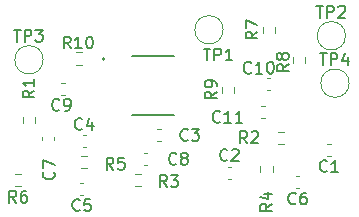
<source format=gbr>
%TF.GenerationSoftware,KiCad,Pcbnew,7.0.5*%
%TF.CreationDate,2023-10-03T15:35:51+05:30*%
%TF.ProjectId,ADS122C04,41445331-3232-4433-9034-2e6b69636164,rev?*%
%TF.SameCoordinates,Original*%
%TF.FileFunction,Legend,Top*%
%TF.FilePolarity,Positive*%
%FSLAX46Y46*%
G04 Gerber Fmt 4.6, Leading zero omitted, Abs format (unit mm)*
G04 Created by KiCad (PCBNEW 7.0.5) date 2023-10-03 15:35:51*
%MOMM*%
%LPD*%
G01*
G04 APERTURE LIST*
%ADD10C,0.150000*%
%ADD11C,0.120000*%
%ADD12C,0.127000*%
%ADD13C,0.200000*%
G04 APERTURE END LIST*
D10*
%TO.C,R7*%
X202224819Y-96686666D02*
X201748628Y-97019999D01*
X202224819Y-97258094D02*
X201224819Y-97258094D01*
X201224819Y-97258094D02*
X201224819Y-96877142D01*
X201224819Y-96877142D02*
X201272438Y-96781904D01*
X201272438Y-96781904D02*
X201320057Y-96734285D01*
X201320057Y-96734285D02*
X201415295Y-96686666D01*
X201415295Y-96686666D02*
X201558152Y-96686666D01*
X201558152Y-96686666D02*
X201653390Y-96734285D01*
X201653390Y-96734285D02*
X201701009Y-96781904D01*
X201701009Y-96781904D02*
X201748628Y-96877142D01*
X201748628Y-96877142D02*
X201748628Y-97258094D01*
X201224819Y-96353332D02*
X201224819Y-95686666D01*
X201224819Y-95686666D02*
X202224819Y-96115237D01*
%TO.C,TP3*%
X181618095Y-96516819D02*
X182189523Y-96516819D01*
X181903809Y-97516819D02*
X181903809Y-96516819D01*
X182522857Y-97516819D02*
X182522857Y-96516819D01*
X182522857Y-96516819D02*
X182903809Y-96516819D01*
X182903809Y-96516819D02*
X182999047Y-96564438D01*
X182999047Y-96564438D02*
X183046666Y-96612057D01*
X183046666Y-96612057D02*
X183094285Y-96707295D01*
X183094285Y-96707295D02*
X183094285Y-96850152D01*
X183094285Y-96850152D02*
X183046666Y-96945390D01*
X183046666Y-96945390D02*
X182999047Y-96993009D01*
X182999047Y-96993009D02*
X182903809Y-97040628D01*
X182903809Y-97040628D02*
X182522857Y-97040628D01*
X183427619Y-96516819D02*
X184046666Y-96516819D01*
X184046666Y-96516819D02*
X183713333Y-96897771D01*
X183713333Y-96897771D02*
X183856190Y-96897771D01*
X183856190Y-96897771D02*
X183951428Y-96945390D01*
X183951428Y-96945390D02*
X183999047Y-96993009D01*
X183999047Y-96993009D02*
X184046666Y-97088247D01*
X184046666Y-97088247D02*
X184046666Y-97326342D01*
X184046666Y-97326342D02*
X183999047Y-97421580D01*
X183999047Y-97421580D02*
X183951428Y-97469200D01*
X183951428Y-97469200D02*
X183856190Y-97516819D01*
X183856190Y-97516819D02*
X183570476Y-97516819D01*
X183570476Y-97516819D02*
X183475238Y-97469200D01*
X183475238Y-97469200D02*
X183427619Y-97421580D01*
%TO.C,R4*%
X203451619Y-111266266D02*
X202975428Y-111599599D01*
X203451619Y-111837694D02*
X202451619Y-111837694D01*
X202451619Y-111837694D02*
X202451619Y-111456742D01*
X202451619Y-111456742D02*
X202499238Y-111361504D01*
X202499238Y-111361504D02*
X202546857Y-111313885D01*
X202546857Y-111313885D02*
X202642095Y-111266266D01*
X202642095Y-111266266D02*
X202784952Y-111266266D01*
X202784952Y-111266266D02*
X202880190Y-111313885D01*
X202880190Y-111313885D02*
X202927809Y-111361504D01*
X202927809Y-111361504D02*
X202975428Y-111456742D01*
X202975428Y-111456742D02*
X202975428Y-111837694D01*
X202784952Y-110409123D02*
X203451619Y-110409123D01*
X202404000Y-110647218D02*
X203118285Y-110885313D01*
X203118285Y-110885313D02*
X203118285Y-110266266D01*
%TO.C,TP4*%
X207526095Y-98498019D02*
X208097523Y-98498019D01*
X207811809Y-99498019D02*
X207811809Y-98498019D01*
X208430857Y-99498019D02*
X208430857Y-98498019D01*
X208430857Y-98498019D02*
X208811809Y-98498019D01*
X208811809Y-98498019D02*
X208907047Y-98545638D01*
X208907047Y-98545638D02*
X208954666Y-98593257D01*
X208954666Y-98593257D02*
X209002285Y-98688495D01*
X209002285Y-98688495D02*
X209002285Y-98831352D01*
X209002285Y-98831352D02*
X208954666Y-98926590D01*
X208954666Y-98926590D02*
X208907047Y-98974209D01*
X208907047Y-98974209D02*
X208811809Y-99021828D01*
X208811809Y-99021828D02*
X208430857Y-99021828D01*
X209859428Y-98831352D02*
X209859428Y-99498019D01*
X209621333Y-98450400D02*
X209383238Y-99164685D01*
X209383238Y-99164685D02*
X210002285Y-99164685D01*
%TO.C,C8*%
X195362533Y-107852380D02*
X195314914Y-107900000D01*
X195314914Y-107900000D02*
X195172057Y-107947619D01*
X195172057Y-107947619D02*
X195076819Y-107947619D01*
X195076819Y-107947619D02*
X194933962Y-107900000D01*
X194933962Y-107900000D02*
X194838724Y-107804761D01*
X194838724Y-107804761D02*
X194791105Y-107709523D01*
X194791105Y-107709523D02*
X194743486Y-107519047D01*
X194743486Y-107519047D02*
X194743486Y-107376190D01*
X194743486Y-107376190D02*
X194791105Y-107185714D01*
X194791105Y-107185714D02*
X194838724Y-107090476D01*
X194838724Y-107090476D02*
X194933962Y-106995238D01*
X194933962Y-106995238D02*
X195076819Y-106947619D01*
X195076819Y-106947619D02*
X195172057Y-106947619D01*
X195172057Y-106947619D02*
X195314914Y-106995238D01*
X195314914Y-106995238D02*
X195362533Y-107042857D01*
X195933962Y-107376190D02*
X195838724Y-107328571D01*
X195838724Y-107328571D02*
X195791105Y-107280952D01*
X195791105Y-107280952D02*
X195743486Y-107185714D01*
X195743486Y-107185714D02*
X195743486Y-107138095D01*
X195743486Y-107138095D02*
X195791105Y-107042857D01*
X195791105Y-107042857D02*
X195838724Y-106995238D01*
X195838724Y-106995238D02*
X195933962Y-106947619D01*
X195933962Y-106947619D02*
X196124438Y-106947619D01*
X196124438Y-106947619D02*
X196219676Y-106995238D01*
X196219676Y-106995238D02*
X196267295Y-107042857D01*
X196267295Y-107042857D02*
X196314914Y-107138095D01*
X196314914Y-107138095D02*
X196314914Y-107185714D01*
X196314914Y-107185714D02*
X196267295Y-107280952D01*
X196267295Y-107280952D02*
X196219676Y-107328571D01*
X196219676Y-107328571D02*
X196124438Y-107376190D01*
X196124438Y-107376190D02*
X195933962Y-107376190D01*
X195933962Y-107376190D02*
X195838724Y-107423809D01*
X195838724Y-107423809D02*
X195791105Y-107471428D01*
X195791105Y-107471428D02*
X195743486Y-107566666D01*
X195743486Y-107566666D02*
X195743486Y-107757142D01*
X195743486Y-107757142D02*
X195791105Y-107852380D01*
X195791105Y-107852380D02*
X195838724Y-107900000D01*
X195838724Y-107900000D02*
X195933962Y-107947619D01*
X195933962Y-107947619D02*
X196124438Y-107947619D01*
X196124438Y-107947619D02*
X196219676Y-107900000D01*
X196219676Y-107900000D02*
X196267295Y-107852380D01*
X196267295Y-107852380D02*
X196314914Y-107757142D01*
X196314914Y-107757142D02*
X196314914Y-107566666D01*
X196314914Y-107566666D02*
X196267295Y-107471428D01*
X196267295Y-107471428D02*
X196219676Y-107423809D01*
X196219676Y-107423809D02*
X196124438Y-107376190D01*
%TO.C,C9*%
X185456533Y-103280380D02*
X185408914Y-103328000D01*
X185408914Y-103328000D02*
X185266057Y-103375619D01*
X185266057Y-103375619D02*
X185170819Y-103375619D01*
X185170819Y-103375619D02*
X185027962Y-103328000D01*
X185027962Y-103328000D02*
X184932724Y-103232761D01*
X184932724Y-103232761D02*
X184885105Y-103137523D01*
X184885105Y-103137523D02*
X184837486Y-102947047D01*
X184837486Y-102947047D02*
X184837486Y-102804190D01*
X184837486Y-102804190D02*
X184885105Y-102613714D01*
X184885105Y-102613714D02*
X184932724Y-102518476D01*
X184932724Y-102518476D02*
X185027962Y-102423238D01*
X185027962Y-102423238D02*
X185170819Y-102375619D01*
X185170819Y-102375619D02*
X185266057Y-102375619D01*
X185266057Y-102375619D02*
X185408914Y-102423238D01*
X185408914Y-102423238D02*
X185456533Y-102470857D01*
X185932724Y-103375619D02*
X186123200Y-103375619D01*
X186123200Y-103375619D02*
X186218438Y-103328000D01*
X186218438Y-103328000D02*
X186266057Y-103280380D01*
X186266057Y-103280380D02*
X186361295Y-103137523D01*
X186361295Y-103137523D02*
X186408914Y-102947047D01*
X186408914Y-102947047D02*
X186408914Y-102566095D01*
X186408914Y-102566095D02*
X186361295Y-102470857D01*
X186361295Y-102470857D02*
X186313676Y-102423238D01*
X186313676Y-102423238D02*
X186218438Y-102375619D01*
X186218438Y-102375619D02*
X186027962Y-102375619D01*
X186027962Y-102375619D02*
X185932724Y-102423238D01*
X185932724Y-102423238D02*
X185885105Y-102470857D01*
X185885105Y-102470857D02*
X185837486Y-102566095D01*
X185837486Y-102566095D02*
X185837486Y-102804190D01*
X185837486Y-102804190D02*
X185885105Y-102899428D01*
X185885105Y-102899428D02*
X185932724Y-102947047D01*
X185932724Y-102947047D02*
X186027962Y-102994666D01*
X186027962Y-102994666D02*
X186218438Y-102994666D01*
X186218438Y-102994666D02*
X186313676Y-102947047D01*
X186313676Y-102947047D02*
X186361295Y-102899428D01*
X186361295Y-102899428D02*
X186408914Y-102804190D01*
%TO.C,R10*%
X186402742Y-98092419D02*
X186069409Y-97616228D01*
X185831314Y-98092419D02*
X185831314Y-97092419D01*
X185831314Y-97092419D02*
X186212266Y-97092419D01*
X186212266Y-97092419D02*
X186307504Y-97140038D01*
X186307504Y-97140038D02*
X186355123Y-97187657D01*
X186355123Y-97187657D02*
X186402742Y-97282895D01*
X186402742Y-97282895D02*
X186402742Y-97425752D01*
X186402742Y-97425752D02*
X186355123Y-97520990D01*
X186355123Y-97520990D02*
X186307504Y-97568609D01*
X186307504Y-97568609D02*
X186212266Y-97616228D01*
X186212266Y-97616228D02*
X185831314Y-97616228D01*
X187355123Y-98092419D02*
X186783695Y-98092419D01*
X187069409Y-98092419D02*
X187069409Y-97092419D01*
X187069409Y-97092419D02*
X186974171Y-97235276D01*
X186974171Y-97235276D02*
X186878933Y-97330514D01*
X186878933Y-97330514D02*
X186783695Y-97378133D01*
X187974171Y-97092419D02*
X188069409Y-97092419D01*
X188069409Y-97092419D02*
X188164647Y-97140038D01*
X188164647Y-97140038D02*
X188212266Y-97187657D01*
X188212266Y-97187657D02*
X188259885Y-97282895D01*
X188259885Y-97282895D02*
X188307504Y-97473371D01*
X188307504Y-97473371D02*
X188307504Y-97711466D01*
X188307504Y-97711466D02*
X188259885Y-97901942D01*
X188259885Y-97901942D02*
X188212266Y-97997180D01*
X188212266Y-97997180D02*
X188164647Y-98044800D01*
X188164647Y-98044800D02*
X188069409Y-98092419D01*
X188069409Y-98092419D02*
X187974171Y-98092419D01*
X187974171Y-98092419D02*
X187878933Y-98044800D01*
X187878933Y-98044800D02*
X187831314Y-97997180D01*
X187831314Y-97997180D02*
X187783695Y-97901942D01*
X187783695Y-97901942D02*
X187736076Y-97711466D01*
X187736076Y-97711466D02*
X187736076Y-97473371D01*
X187736076Y-97473371D02*
X187783695Y-97282895D01*
X187783695Y-97282895D02*
X187831314Y-97187657D01*
X187831314Y-97187657D02*
X187878933Y-97140038D01*
X187878933Y-97140038D02*
X187974171Y-97092419D01*
%TO.C,C1*%
X208113333Y-108469580D02*
X208065714Y-108517200D01*
X208065714Y-108517200D02*
X207922857Y-108564819D01*
X207922857Y-108564819D02*
X207827619Y-108564819D01*
X207827619Y-108564819D02*
X207684762Y-108517200D01*
X207684762Y-108517200D02*
X207589524Y-108421961D01*
X207589524Y-108421961D02*
X207541905Y-108326723D01*
X207541905Y-108326723D02*
X207494286Y-108136247D01*
X207494286Y-108136247D02*
X207494286Y-107993390D01*
X207494286Y-107993390D02*
X207541905Y-107802914D01*
X207541905Y-107802914D02*
X207589524Y-107707676D01*
X207589524Y-107707676D02*
X207684762Y-107612438D01*
X207684762Y-107612438D02*
X207827619Y-107564819D01*
X207827619Y-107564819D02*
X207922857Y-107564819D01*
X207922857Y-107564819D02*
X208065714Y-107612438D01*
X208065714Y-107612438D02*
X208113333Y-107660057D01*
X209065714Y-108564819D02*
X208494286Y-108564819D01*
X208780000Y-108564819D02*
X208780000Y-107564819D01*
X208780000Y-107564819D02*
X208684762Y-107707676D01*
X208684762Y-107707676D02*
X208589524Y-107802914D01*
X208589524Y-107802914D02*
X208494286Y-107850533D01*
%TO.C,R2*%
X201356933Y-106118819D02*
X201023600Y-105642628D01*
X200785505Y-106118819D02*
X200785505Y-105118819D01*
X200785505Y-105118819D02*
X201166457Y-105118819D01*
X201166457Y-105118819D02*
X201261695Y-105166438D01*
X201261695Y-105166438D02*
X201309314Y-105214057D01*
X201309314Y-105214057D02*
X201356933Y-105309295D01*
X201356933Y-105309295D02*
X201356933Y-105452152D01*
X201356933Y-105452152D02*
X201309314Y-105547390D01*
X201309314Y-105547390D02*
X201261695Y-105595009D01*
X201261695Y-105595009D02*
X201166457Y-105642628D01*
X201166457Y-105642628D02*
X200785505Y-105642628D01*
X201737886Y-105214057D02*
X201785505Y-105166438D01*
X201785505Y-105166438D02*
X201880743Y-105118819D01*
X201880743Y-105118819D02*
X202118838Y-105118819D01*
X202118838Y-105118819D02*
X202214076Y-105166438D01*
X202214076Y-105166438D02*
X202261695Y-105214057D01*
X202261695Y-105214057D02*
X202309314Y-105309295D01*
X202309314Y-105309295D02*
X202309314Y-105404533D01*
X202309314Y-105404533D02*
X202261695Y-105547390D01*
X202261695Y-105547390D02*
X201690267Y-106118819D01*
X201690267Y-106118819D02*
X202309314Y-106118819D01*
%TO.C,C2*%
X199680533Y-107539980D02*
X199632914Y-107587600D01*
X199632914Y-107587600D02*
X199490057Y-107635219D01*
X199490057Y-107635219D02*
X199394819Y-107635219D01*
X199394819Y-107635219D02*
X199251962Y-107587600D01*
X199251962Y-107587600D02*
X199156724Y-107492361D01*
X199156724Y-107492361D02*
X199109105Y-107397123D01*
X199109105Y-107397123D02*
X199061486Y-107206647D01*
X199061486Y-107206647D02*
X199061486Y-107063790D01*
X199061486Y-107063790D02*
X199109105Y-106873314D01*
X199109105Y-106873314D02*
X199156724Y-106778076D01*
X199156724Y-106778076D02*
X199251962Y-106682838D01*
X199251962Y-106682838D02*
X199394819Y-106635219D01*
X199394819Y-106635219D02*
X199490057Y-106635219D01*
X199490057Y-106635219D02*
X199632914Y-106682838D01*
X199632914Y-106682838D02*
X199680533Y-106730457D01*
X200061486Y-106730457D02*
X200109105Y-106682838D01*
X200109105Y-106682838D02*
X200204343Y-106635219D01*
X200204343Y-106635219D02*
X200442438Y-106635219D01*
X200442438Y-106635219D02*
X200537676Y-106682838D01*
X200537676Y-106682838D02*
X200585295Y-106730457D01*
X200585295Y-106730457D02*
X200632914Y-106825695D01*
X200632914Y-106825695D02*
X200632914Y-106920933D01*
X200632914Y-106920933D02*
X200585295Y-107063790D01*
X200585295Y-107063790D02*
X200013867Y-107635219D01*
X200013867Y-107635219D02*
X200632914Y-107635219D01*
%TO.C,R3*%
X194549733Y-109827219D02*
X194216400Y-109351028D01*
X193978305Y-109827219D02*
X193978305Y-108827219D01*
X193978305Y-108827219D02*
X194359257Y-108827219D01*
X194359257Y-108827219D02*
X194454495Y-108874838D01*
X194454495Y-108874838D02*
X194502114Y-108922457D01*
X194502114Y-108922457D02*
X194549733Y-109017695D01*
X194549733Y-109017695D02*
X194549733Y-109160552D01*
X194549733Y-109160552D02*
X194502114Y-109255790D01*
X194502114Y-109255790D02*
X194454495Y-109303409D01*
X194454495Y-109303409D02*
X194359257Y-109351028D01*
X194359257Y-109351028D02*
X193978305Y-109351028D01*
X194883067Y-108827219D02*
X195502114Y-108827219D01*
X195502114Y-108827219D02*
X195168781Y-109208171D01*
X195168781Y-109208171D02*
X195311638Y-109208171D01*
X195311638Y-109208171D02*
X195406876Y-109255790D01*
X195406876Y-109255790D02*
X195454495Y-109303409D01*
X195454495Y-109303409D02*
X195502114Y-109398647D01*
X195502114Y-109398647D02*
X195502114Y-109636742D01*
X195502114Y-109636742D02*
X195454495Y-109731980D01*
X195454495Y-109731980D02*
X195406876Y-109779600D01*
X195406876Y-109779600D02*
X195311638Y-109827219D01*
X195311638Y-109827219D02*
X195025924Y-109827219D01*
X195025924Y-109827219D02*
X194930686Y-109779600D01*
X194930686Y-109779600D02*
X194883067Y-109731980D01*
%TO.C,C7*%
X184966780Y-108573866D02*
X185014400Y-108621485D01*
X185014400Y-108621485D02*
X185062019Y-108764342D01*
X185062019Y-108764342D02*
X185062019Y-108859580D01*
X185062019Y-108859580D02*
X185014400Y-109002437D01*
X185014400Y-109002437D02*
X184919161Y-109097675D01*
X184919161Y-109097675D02*
X184823923Y-109145294D01*
X184823923Y-109145294D02*
X184633447Y-109192913D01*
X184633447Y-109192913D02*
X184490590Y-109192913D01*
X184490590Y-109192913D02*
X184300114Y-109145294D01*
X184300114Y-109145294D02*
X184204876Y-109097675D01*
X184204876Y-109097675D02*
X184109638Y-109002437D01*
X184109638Y-109002437D02*
X184062019Y-108859580D01*
X184062019Y-108859580D02*
X184062019Y-108764342D01*
X184062019Y-108764342D02*
X184109638Y-108621485D01*
X184109638Y-108621485D02*
X184157257Y-108573866D01*
X184062019Y-108240532D02*
X184062019Y-107573866D01*
X184062019Y-107573866D02*
X185062019Y-108002437D01*
%TO.C,C4*%
X187386933Y-104905980D02*
X187339314Y-104953600D01*
X187339314Y-104953600D02*
X187196457Y-105001219D01*
X187196457Y-105001219D02*
X187101219Y-105001219D01*
X187101219Y-105001219D02*
X186958362Y-104953600D01*
X186958362Y-104953600D02*
X186863124Y-104858361D01*
X186863124Y-104858361D02*
X186815505Y-104763123D01*
X186815505Y-104763123D02*
X186767886Y-104572647D01*
X186767886Y-104572647D02*
X186767886Y-104429790D01*
X186767886Y-104429790D02*
X186815505Y-104239314D01*
X186815505Y-104239314D02*
X186863124Y-104144076D01*
X186863124Y-104144076D02*
X186958362Y-104048838D01*
X186958362Y-104048838D02*
X187101219Y-104001219D01*
X187101219Y-104001219D02*
X187196457Y-104001219D01*
X187196457Y-104001219D02*
X187339314Y-104048838D01*
X187339314Y-104048838D02*
X187386933Y-104096457D01*
X188244076Y-104334552D02*
X188244076Y-105001219D01*
X188005981Y-103953600D02*
X187767886Y-104667885D01*
X187767886Y-104667885D02*
X188386933Y-104667885D01*
%TO.C,TP1*%
X197670895Y-98108419D02*
X198242323Y-98108419D01*
X197956609Y-99108419D02*
X197956609Y-98108419D01*
X198575657Y-99108419D02*
X198575657Y-98108419D01*
X198575657Y-98108419D02*
X198956609Y-98108419D01*
X198956609Y-98108419D02*
X199051847Y-98156038D01*
X199051847Y-98156038D02*
X199099466Y-98203657D01*
X199099466Y-98203657D02*
X199147085Y-98298895D01*
X199147085Y-98298895D02*
X199147085Y-98441752D01*
X199147085Y-98441752D02*
X199099466Y-98536990D01*
X199099466Y-98536990D02*
X199051847Y-98584609D01*
X199051847Y-98584609D02*
X198956609Y-98632228D01*
X198956609Y-98632228D02*
X198575657Y-98632228D01*
X200099466Y-99108419D02*
X199528038Y-99108419D01*
X199813752Y-99108419D02*
X199813752Y-98108419D01*
X199813752Y-98108419D02*
X199718514Y-98251276D01*
X199718514Y-98251276D02*
X199623276Y-98346514D01*
X199623276Y-98346514D02*
X199528038Y-98394133D01*
%TO.C,R8*%
X204874019Y-99429866D02*
X204397828Y-99763199D01*
X204874019Y-100001294D02*
X203874019Y-100001294D01*
X203874019Y-100001294D02*
X203874019Y-99620342D01*
X203874019Y-99620342D02*
X203921638Y-99525104D01*
X203921638Y-99525104D02*
X203969257Y-99477485D01*
X203969257Y-99477485D02*
X204064495Y-99429866D01*
X204064495Y-99429866D02*
X204207352Y-99429866D01*
X204207352Y-99429866D02*
X204302590Y-99477485D01*
X204302590Y-99477485D02*
X204350209Y-99525104D01*
X204350209Y-99525104D02*
X204397828Y-99620342D01*
X204397828Y-99620342D02*
X204397828Y-100001294D01*
X204302590Y-98858437D02*
X204254971Y-98953675D01*
X204254971Y-98953675D02*
X204207352Y-99001294D01*
X204207352Y-99001294D02*
X204112114Y-99048913D01*
X204112114Y-99048913D02*
X204064495Y-99048913D01*
X204064495Y-99048913D02*
X203969257Y-99001294D01*
X203969257Y-99001294D02*
X203921638Y-98953675D01*
X203921638Y-98953675D02*
X203874019Y-98858437D01*
X203874019Y-98858437D02*
X203874019Y-98667961D01*
X203874019Y-98667961D02*
X203921638Y-98572723D01*
X203921638Y-98572723D02*
X203969257Y-98525104D01*
X203969257Y-98525104D02*
X204064495Y-98477485D01*
X204064495Y-98477485D02*
X204112114Y-98477485D01*
X204112114Y-98477485D02*
X204207352Y-98525104D01*
X204207352Y-98525104D02*
X204254971Y-98572723D01*
X204254971Y-98572723D02*
X204302590Y-98667961D01*
X204302590Y-98667961D02*
X204302590Y-98858437D01*
X204302590Y-98858437D02*
X204350209Y-98953675D01*
X204350209Y-98953675D02*
X204397828Y-99001294D01*
X204397828Y-99001294D02*
X204493066Y-99048913D01*
X204493066Y-99048913D02*
X204683542Y-99048913D01*
X204683542Y-99048913D02*
X204778780Y-99001294D01*
X204778780Y-99001294D02*
X204826400Y-98953675D01*
X204826400Y-98953675D02*
X204874019Y-98858437D01*
X204874019Y-98858437D02*
X204874019Y-98667961D01*
X204874019Y-98667961D02*
X204826400Y-98572723D01*
X204826400Y-98572723D02*
X204778780Y-98525104D01*
X204778780Y-98525104D02*
X204683542Y-98477485D01*
X204683542Y-98477485D02*
X204493066Y-98477485D01*
X204493066Y-98477485D02*
X204397828Y-98525104D01*
X204397828Y-98525104D02*
X204350209Y-98572723D01*
X204350209Y-98572723D02*
X204302590Y-98667961D01*
%TO.C,R5*%
X190028533Y-108354019D02*
X189695200Y-107877828D01*
X189457105Y-108354019D02*
X189457105Y-107354019D01*
X189457105Y-107354019D02*
X189838057Y-107354019D01*
X189838057Y-107354019D02*
X189933295Y-107401638D01*
X189933295Y-107401638D02*
X189980914Y-107449257D01*
X189980914Y-107449257D02*
X190028533Y-107544495D01*
X190028533Y-107544495D02*
X190028533Y-107687352D01*
X190028533Y-107687352D02*
X189980914Y-107782590D01*
X189980914Y-107782590D02*
X189933295Y-107830209D01*
X189933295Y-107830209D02*
X189838057Y-107877828D01*
X189838057Y-107877828D02*
X189457105Y-107877828D01*
X190933295Y-107354019D02*
X190457105Y-107354019D01*
X190457105Y-107354019D02*
X190409486Y-107830209D01*
X190409486Y-107830209D02*
X190457105Y-107782590D01*
X190457105Y-107782590D02*
X190552343Y-107734971D01*
X190552343Y-107734971D02*
X190790438Y-107734971D01*
X190790438Y-107734971D02*
X190885676Y-107782590D01*
X190885676Y-107782590D02*
X190933295Y-107830209D01*
X190933295Y-107830209D02*
X190980914Y-107925447D01*
X190980914Y-107925447D02*
X190980914Y-108163542D01*
X190980914Y-108163542D02*
X190933295Y-108258780D01*
X190933295Y-108258780D02*
X190885676Y-108306400D01*
X190885676Y-108306400D02*
X190790438Y-108354019D01*
X190790438Y-108354019D02*
X190552343Y-108354019D01*
X190552343Y-108354019D02*
X190457105Y-108306400D01*
X190457105Y-108306400D02*
X190409486Y-108258780D01*
%TO.C,R6*%
X181798933Y-111148019D02*
X181465600Y-110671828D01*
X181227505Y-111148019D02*
X181227505Y-110148019D01*
X181227505Y-110148019D02*
X181608457Y-110148019D01*
X181608457Y-110148019D02*
X181703695Y-110195638D01*
X181703695Y-110195638D02*
X181751314Y-110243257D01*
X181751314Y-110243257D02*
X181798933Y-110338495D01*
X181798933Y-110338495D02*
X181798933Y-110481352D01*
X181798933Y-110481352D02*
X181751314Y-110576590D01*
X181751314Y-110576590D02*
X181703695Y-110624209D01*
X181703695Y-110624209D02*
X181608457Y-110671828D01*
X181608457Y-110671828D02*
X181227505Y-110671828D01*
X182656076Y-110148019D02*
X182465600Y-110148019D01*
X182465600Y-110148019D02*
X182370362Y-110195638D01*
X182370362Y-110195638D02*
X182322743Y-110243257D01*
X182322743Y-110243257D02*
X182227505Y-110386114D01*
X182227505Y-110386114D02*
X182179886Y-110576590D01*
X182179886Y-110576590D02*
X182179886Y-110957542D01*
X182179886Y-110957542D02*
X182227505Y-111052780D01*
X182227505Y-111052780D02*
X182275124Y-111100400D01*
X182275124Y-111100400D02*
X182370362Y-111148019D01*
X182370362Y-111148019D02*
X182560838Y-111148019D01*
X182560838Y-111148019D02*
X182656076Y-111100400D01*
X182656076Y-111100400D02*
X182703695Y-111052780D01*
X182703695Y-111052780D02*
X182751314Y-110957542D01*
X182751314Y-110957542D02*
X182751314Y-110719447D01*
X182751314Y-110719447D02*
X182703695Y-110624209D01*
X182703695Y-110624209D02*
X182656076Y-110576590D01*
X182656076Y-110576590D02*
X182560838Y-110528971D01*
X182560838Y-110528971D02*
X182370362Y-110528971D01*
X182370362Y-110528971D02*
X182275124Y-110576590D01*
X182275124Y-110576590D02*
X182227505Y-110624209D01*
X182227505Y-110624209D02*
X182179886Y-110719447D01*
%TO.C,C10*%
X201693542Y-100130780D02*
X201645923Y-100178400D01*
X201645923Y-100178400D02*
X201503066Y-100226019D01*
X201503066Y-100226019D02*
X201407828Y-100226019D01*
X201407828Y-100226019D02*
X201264971Y-100178400D01*
X201264971Y-100178400D02*
X201169733Y-100083161D01*
X201169733Y-100083161D02*
X201122114Y-99987923D01*
X201122114Y-99987923D02*
X201074495Y-99797447D01*
X201074495Y-99797447D02*
X201074495Y-99654590D01*
X201074495Y-99654590D02*
X201122114Y-99464114D01*
X201122114Y-99464114D02*
X201169733Y-99368876D01*
X201169733Y-99368876D02*
X201264971Y-99273638D01*
X201264971Y-99273638D02*
X201407828Y-99226019D01*
X201407828Y-99226019D02*
X201503066Y-99226019D01*
X201503066Y-99226019D02*
X201645923Y-99273638D01*
X201645923Y-99273638D02*
X201693542Y-99321257D01*
X202645923Y-100226019D02*
X202074495Y-100226019D01*
X202360209Y-100226019D02*
X202360209Y-99226019D01*
X202360209Y-99226019D02*
X202264971Y-99368876D01*
X202264971Y-99368876D02*
X202169733Y-99464114D01*
X202169733Y-99464114D02*
X202074495Y-99511733D01*
X203264971Y-99226019D02*
X203360209Y-99226019D01*
X203360209Y-99226019D02*
X203455447Y-99273638D01*
X203455447Y-99273638D02*
X203503066Y-99321257D01*
X203503066Y-99321257D02*
X203550685Y-99416495D01*
X203550685Y-99416495D02*
X203598304Y-99606971D01*
X203598304Y-99606971D02*
X203598304Y-99845066D01*
X203598304Y-99845066D02*
X203550685Y-100035542D01*
X203550685Y-100035542D02*
X203503066Y-100130780D01*
X203503066Y-100130780D02*
X203455447Y-100178400D01*
X203455447Y-100178400D02*
X203360209Y-100226019D01*
X203360209Y-100226019D02*
X203264971Y-100226019D01*
X203264971Y-100226019D02*
X203169733Y-100178400D01*
X203169733Y-100178400D02*
X203122114Y-100130780D01*
X203122114Y-100130780D02*
X203074495Y-100035542D01*
X203074495Y-100035542D02*
X203026876Y-99845066D01*
X203026876Y-99845066D02*
X203026876Y-99606971D01*
X203026876Y-99606971D02*
X203074495Y-99416495D01*
X203074495Y-99416495D02*
X203122114Y-99321257D01*
X203122114Y-99321257D02*
X203169733Y-99273638D01*
X203169733Y-99273638D02*
X203264971Y-99226019D01*
%TO.C,R9*%
X198772319Y-101766666D02*
X198296128Y-102099999D01*
X198772319Y-102338094D02*
X197772319Y-102338094D01*
X197772319Y-102338094D02*
X197772319Y-101957142D01*
X197772319Y-101957142D02*
X197819938Y-101861904D01*
X197819938Y-101861904D02*
X197867557Y-101814285D01*
X197867557Y-101814285D02*
X197962795Y-101766666D01*
X197962795Y-101766666D02*
X198105652Y-101766666D01*
X198105652Y-101766666D02*
X198200890Y-101814285D01*
X198200890Y-101814285D02*
X198248509Y-101861904D01*
X198248509Y-101861904D02*
X198296128Y-101957142D01*
X198296128Y-101957142D02*
X198296128Y-102338094D01*
X198772319Y-101290475D02*
X198772319Y-101099999D01*
X198772319Y-101099999D02*
X198724700Y-101004761D01*
X198724700Y-101004761D02*
X198677080Y-100957142D01*
X198677080Y-100957142D02*
X198534223Y-100861904D01*
X198534223Y-100861904D02*
X198343747Y-100814285D01*
X198343747Y-100814285D02*
X197962795Y-100814285D01*
X197962795Y-100814285D02*
X197867557Y-100861904D01*
X197867557Y-100861904D02*
X197819938Y-100909523D01*
X197819938Y-100909523D02*
X197772319Y-101004761D01*
X197772319Y-101004761D02*
X197772319Y-101195237D01*
X197772319Y-101195237D02*
X197819938Y-101290475D01*
X197819938Y-101290475D02*
X197867557Y-101338094D01*
X197867557Y-101338094D02*
X197962795Y-101385713D01*
X197962795Y-101385713D02*
X198200890Y-101385713D01*
X198200890Y-101385713D02*
X198296128Y-101338094D01*
X198296128Y-101338094D02*
X198343747Y-101290475D01*
X198343747Y-101290475D02*
X198391366Y-101195237D01*
X198391366Y-101195237D02*
X198391366Y-101004761D01*
X198391366Y-101004761D02*
X198343747Y-100909523D01*
X198343747Y-100909523D02*
X198296128Y-100861904D01*
X198296128Y-100861904D02*
X198200890Y-100814285D01*
%TO.C,C3*%
X196327733Y-105820380D02*
X196280114Y-105868000D01*
X196280114Y-105868000D02*
X196137257Y-105915619D01*
X196137257Y-105915619D02*
X196042019Y-105915619D01*
X196042019Y-105915619D02*
X195899162Y-105868000D01*
X195899162Y-105868000D02*
X195803924Y-105772761D01*
X195803924Y-105772761D02*
X195756305Y-105677523D01*
X195756305Y-105677523D02*
X195708686Y-105487047D01*
X195708686Y-105487047D02*
X195708686Y-105344190D01*
X195708686Y-105344190D02*
X195756305Y-105153714D01*
X195756305Y-105153714D02*
X195803924Y-105058476D01*
X195803924Y-105058476D02*
X195899162Y-104963238D01*
X195899162Y-104963238D02*
X196042019Y-104915619D01*
X196042019Y-104915619D02*
X196137257Y-104915619D01*
X196137257Y-104915619D02*
X196280114Y-104963238D01*
X196280114Y-104963238D02*
X196327733Y-105010857D01*
X196661067Y-104915619D02*
X197280114Y-104915619D01*
X197280114Y-104915619D02*
X196946781Y-105296571D01*
X196946781Y-105296571D02*
X197089638Y-105296571D01*
X197089638Y-105296571D02*
X197184876Y-105344190D01*
X197184876Y-105344190D02*
X197232495Y-105391809D01*
X197232495Y-105391809D02*
X197280114Y-105487047D01*
X197280114Y-105487047D02*
X197280114Y-105725142D01*
X197280114Y-105725142D02*
X197232495Y-105820380D01*
X197232495Y-105820380D02*
X197184876Y-105868000D01*
X197184876Y-105868000D02*
X197089638Y-105915619D01*
X197089638Y-105915619D02*
X196803924Y-105915619D01*
X196803924Y-105915619D02*
X196708686Y-105868000D01*
X196708686Y-105868000D02*
X196661067Y-105820380D01*
%TO.C,R1*%
X183334819Y-101665066D02*
X182858628Y-101998399D01*
X183334819Y-102236494D02*
X182334819Y-102236494D01*
X182334819Y-102236494D02*
X182334819Y-101855542D01*
X182334819Y-101855542D02*
X182382438Y-101760304D01*
X182382438Y-101760304D02*
X182430057Y-101712685D01*
X182430057Y-101712685D02*
X182525295Y-101665066D01*
X182525295Y-101665066D02*
X182668152Y-101665066D01*
X182668152Y-101665066D02*
X182763390Y-101712685D01*
X182763390Y-101712685D02*
X182811009Y-101760304D01*
X182811009Y-101760304D02*
X182858628Y-101855542D01*
X182858628Y-101855542D02*
X182858628Y-102236494D01*
X183334819Y-100712685D02*
X183334819Y-101284113D01*
X183334819Y-100998399D02*
X182334819Y-100998399D01*
X182334819Y-100998399D02*
X182477676Y-101093637D01*
X182477676Y-101093637D02*
X182572914Y-101188875D01*
X182572914Y-101188875D02*
X182620533Y-101284113D01*
%TO.C,TP2*%
X207221295Y-94484819D02*
X207792723Y-94484819D01*
X207507009Y-95484819D02*
X207507009Y-94484819D01*
X208126057Y-95484819D02*
X208126057Y-94484819D01*
X208126057Y-94484819D02*
X208507009Y-94484819D01*
X208507009Y-94484819D02*
X208602247Y-94532438D01*
X208602247Y-94532438D02*
X208649866Y-94580057D01*
X208649866Y-94580057D02*
X208697485Y-94675295D01*
X208697485Y-94675295D02*
X208697485Y-94818152D01*
X208697485Y-94818152D02*
X208649866Y-94913390D01*
X208649866Y-94913390D02*
X208602247Y-94961009D01*
X208602247Y-94961009D02*
X208507009Y-95008628D01*
X208507009Y-95008628D02*
X208126057Y-95008628D01*
X209078438Y-94580057D02*
X209126057Y-94532438D01*
X209126057Y-94532438D02*
X209221295Y-94484819D01*
X209221295Y-94484819D02*
X209459390Y-94484819D01*
X209459390Y-94484819D02*
X209554628Y-94532438D01*
X209554628Y-94532438D02*
X209602247Y-94580057D01*
X209602247Y-94580057D02*
X209649866Y-94675295D01*
X209649866Y-94675295D02*
X209649866Y-94770533D01*
X209649866Y-94770533D02*
X209602247Y-94913390D01*
X209602247Y-94913390D02*
X209030819Y-95484819D01*
X209030819Y-95484819D02*
X209649866Y-95484819D01*
%TO.C,C5*%
X187183733Y-111763980D02*
X187136114Y-111811600D01*
X187136114Y-111811600D02*
X186993257Y-111859219D01*
X186993257Y-111859219D02*
X186898019Y-111859219D01*
X186898019Y-111859219D02*
X186755162Y-111811600D01*
X186755162Y-111811600D02*
X186659924Y-111716361D01*
X186659924Y-111716361D02*
X186612305Y-111621123D01*
X186612305Y-111621123D02*
X186564686Y-111430647D01*
X186564686Y-111430647D02*
X186564686Y-111287790D01*
X186564686Y-111287790D02*
X186612305Y-111097314D01*
X186612305Y-111097314D02*
X186659924Y-111002076D01*
X186659924Y-111002076D02*
X186755162Y-110906838D01*
X186755162Y-110906838D02*
X186898019Y-110859219D01*
X186898019Y-110859219D02*
X186993257Y-110859219D01*
X186993257Y-110859219D02*
X187136114Y-110906838D01*
X187136114Y-110906838D02*
X187183733Y-110954457D01*
X188088495Y-110859219D02*
X187612305Y-110859219D01*
X187612305Y-110859219D02*
X187564686Y-111335409D01*
X187564686Y-111335409D02*
X187612305Y-111287790D01*
X187612305Y-111287790D02*
X187707543Y-111240171D01*
X187707543Y-111240171D02*
X187945638Y-111240171D01*
X187945638Y-111240171D02*
X188040876Y-111287790D01*
X188040876Y-111287790D02*
X188088495Y-111335409D01*
X188088495Y-111335409D02*
X188136114Y-111430647D01*
X188136114Y-111430647D02*
X188136114Y-111668742D01*
X188136114Y-111668742D02*
X188088495Y-111763980D01*
X188088495Y-111763980D02*
X188040876Y-111811600D01*
X188040876Y-111811600D02*
X187945638Y-111859219D01*
X187945638Y-111859219D02*
X187707543Y-111859219D01*
X187707543Y-111859219D02*
X187612305Y-111811600D01*
X187612305Y-111811600D02*
X187564686Y-111763980D01*
%TO.C,C6*%
X205471733Y-111212780D02*
X205424114Y-111260400D01*
X205424114Y-111260400D02*
X205281257Y-111308019D01*
X205281257Y-111308019D02*
X205186019Y-111308019D01*
X205186019Y-111308019D02*
X205043162Y-111260400D01*
X205043162Y-111260400D02*
X204947924Y-111165161D01*
X204947924Y-111165161D02*
X204900305Y-111069923D01*
X204900305Y-111069923D02*
X204852686Y-110879447D01*
X204852686Y-110879447D02*
X204852686Y-110736590D01*
X204852686Y-110736590D02*
X204900305Y-110546114D01*
X204900305Y-110546114D02*
X204947924Y-110450876D01*
X204947924Y-110450876D02*
X205043162Y-110355638D01*
X205043162Y-110355638D02*
X205186019Y-110308019D01*
X205186019Y-110308019D02*
X205281257Y-110308019D01*
X205281257Y-110308019D02*
X205424114Y-110355638D01*
X205424114Y-110355638D02*
X205471733Y-110403257D01*
X206328876Y-110308019D02*
X206138400Y-110308019D01*
X206138400Y-110308019D02*
X206043162Y-110355638D01*
X206043162Y-110355638D02*
X205995543Y-110403257D01*
X205995543Y-110403257D02*
X205900305Y-110546114D01*
X205900305Y-110546114D02*
X205852686Y-110736590D01*
X205852686Y-110736590D02*
X205852686Y-111117542D01*
X205852686Y-111117542D02*
X205900305Y-111212780D01*
X205900305Y-111212780D02*
X205947924Y-111260400D01*
X205947924Y-111260400D02*
X206043162Y-111308019D01*
X206043162Y-111308019D02*
X206233638Y-111308019D01*
X206233638Y-111308019D02*
X206328876Y-111260400D01*
X206328876Y-111260400D02*
X206376495Y-111212780D01*
X206376495Y-111212780D02*
X206424114Y-111117542D01*
X206424114Y-111117542D02*
X206424114Y-110879447D01*
X206424114Y-110879447D02*
X206376495Y-110784209D01*
X206376495Y-110784209D02*
X206328876Y-110736590D01*
X206328876Y-110736590D02*
X206233638Y-110688971D01*
X206233638Y-110688971D02*
X206043162Y-110688971D01*
X206043162Y-110688971D02*
X205947924Y-110736590D01*
X205947924Y-110736590D02*
X205900305Y-110784209D01*
X205900305Y-110784209D02*
X205852686Y-110879447D01*
%TO.C,C11*%
X199051942Y-104296380D02*
X199004323Y-104344000D01*
X199004323Y-104344000D02*
X198861466Y-104391619D01*
X198861466Y-104391619D02*
X198766228Y-104391619D01*
X198766228Y-104391619D02*
X198623371Y-104344000D01*
X198623371Y-104344000D02*
X198528133Y-104248761D01*
X198528133Y-104248761D02*
X198480514Y-104153523D01*
X198480514Y-104153523D02*
X198432895Y-103963047D01*
X198432895Y-103963047D02*
X198432895Y-103820190D01*
X198432895Y-103820190D02*
X198480514Y-103629714D01*
X198480514Y-103629714D02*
X198528133Y-103534476D01*
X198528133Y-103534476D02*
X198623371Y-103439238D01*
X198623371Y-103439238D02*
X198766228Y-103391619D01*
X198766228Y-103391619D02*
X198861466Y-103391619D01*
X198861466Y-103391619D02*
X199004323Y-103439238D01*
X199004323Y-103439238D02*
X199051942Y-103486857D01*
X200004323Y-104391619D02*
X199432895Y-104391619D01*
X199718609Y-104391619D02*
X199718609Y-103391619D01*
X199718609Y-103391619D02*
X199623371Y-103534476D01*
X199623371Y-103534476D02*
X199528133Y-103629714D01*
X199528133Y-103629714D02*
X199432895Y-103677333D01*
X200956704Y-104391619D02*
X200385276Y-104391619D01*
X200670990Y-104391619D02*
X200670990Y-103391619D01*
X200670990Y-103391619D02*
X200575752Y-103534476D01*
X200575752Y-103534476D02*
X200480514Y-103629714D01*
X200480514Y-103629714D02*
X200385276Y-103677333D01*
D11*
%TO.C,R7*%
X202677500Y-96774724D02*
X202677500Y-96265276D01*
X203722500Y-96774724D02*
X203722500Y-96265276D01*
%TO.C,TP3*%
X184080000Y-99060000D02*
G75*
G03*
X184080000Y-99060000I-1200000J0D01*
G01*
%TO.C,R4*%
X202474300Y-108560324D02*
X202474300Y-108050876D01*
X203519300Y-108560324D02*
X203519300Y-108050876D01*
%TO.C,TP4*%
X209988000Y-101041200D02*
G75*
G03*
X209988000Y-101041200I-1200000J0D01*
G01*
%TO.C,C8*%
X192590033Y-106932000D02*
X192882567Y-106932000D01*
X192590033Y-107952000D02*
X192882567Y-107952000D01*
%TO.C,C9*%
X185630433Y-101039200D02*
X185922967Y-101039200D01*
X185630433Y-102059200D02*
X185922967Y-102059200D01*
%TO.C,R10*%
X187351124Y-99480900D02*
X186841676Y-99480900D01*
X187351124Y-98435900D02*
X186841676Y-98435900D01*
%TO.C,C1*%
X208426267Y-107190000D02*
X208133733Y-107190000D01*
X208426267Y-106170000D02*
X208133733Y-106170000D01*
%TO.C,R2*%
X204470724Y-106186500D02*
X203961276Y-106186500D01*
X204470724Y-105141500D02*
X203961276Y-105141500D01*
D12*
%TO.C,U1*%
X191605000Y-98775000D02*
X195135000Y-98775000D01*
X195135000Y-103775000D02*
X191605000Y-103775000D01*
D13*
X189280000Y-99000000D02*
G75*
G03*
X189280000Y-99000000I-100000J0D01*
G01*
D11*
%TO.C,C2*%
X199700933Y-108100400D02*
X199993467Y-108100400D01*
X199700933Y-109120400D02*
X199993467Y-109120400D01*
%TO.C,R3*%
X191872776Y-108697500D02*
X192382224Y-108697500D01*
X191872776Y-109742500D02*
X192382224Y-109742500D01*
%TO.C,C7*%
X183995600Y-105859967D02*
X183995600Y-105567433D01*
X185015600Y-105859967D02*
X185015600Y-105567433D01*
%TO.C,C4*%
X187750667Y-106428000D02*
X187458133Y-106428000D01*
X187750667Y-105408000D02*
X187458133Y-105408000D01*
%TO.C,TP1*%
X199320000Y-96520000D02*
G75*
G03*
X199320000Y-96520000I-1200000J0D01*
G01*
%TO.C,R8*%
X206262500Y-98805276D02*
X206262500Y-99314724D01*
X205217500Y-98805276D02*
X205217500Y-99314724D01*
%TO.C,R5*%
X187298876Y-107173500D02*
X187808324Y-107173500D01*
X187298876Y-108218500D02*
X187808324Y-108218500D01*
%TO.C,R6*%
X181712776Y-108697500D02*
X182222224Y-108697500D01*
X181712776Y-109742500D02*
X182222224Y-109742500D01*
%TO.C,C10*%
X203002933Y-100632800D02*
X203295467Y-100632800D01*
X203002933Y-101652800D02*
X203295467Y-101652800D01*
%TO.C,R9*%
X199225000Y-101854724D02*
X199225000Y-101345276D01*
X200270000Y-101854724D02*
X200270000Y-101345276D01*
%TO.C,C3*%
X193757333Y-104950800D02*
X194049867Y-104950800D01*
X193757333Y-105970800D02*
X194049867Y-105970800D01*
%TO.C,R1*%
X182357500Y-104394724D02*
X182357500Y-103885276D01*
X183402500Y-104394724D02*
X183402500Y-103885276D01*
%TO.C,TP2*%
X209683200Y-97028000D02*
G75*
G03*
X209683200Y-97028000I-1200000J0D01*
G01*
%TO.C,C5*%
X187204133Y-109472000D02*
X187496667Y-109472000D01*
X187204133Y-110492000D02*
X187496667Y-110492000D01*
%TO.C,C6*%
X205784667Y-109933200D02*
X205492133Y-109933200D01*
X205784667Y-108913200D02*
X205492133Y-108913200D01*
%TO.C,C11*%
X202837167Y-103989600D02*
X202544633Y-103989600D01*
X202837167Y-102969600D02*
X202544633Y-102969600D01*
%TD*%
M02*

</source>
